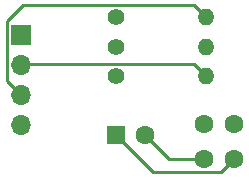
<source format=gbr>
%TF.GenerationSoftware,KiCad,Pcbnew,7.0.10*%
%TF.CreationDate,2024-05-09T00:22:21+08:00*%
%TF.ProjectId,pcb.rescue,7063622e-7265-4736-9375-652e6b696361,rev?*%
%TF.SameCoordinates,Original*%
%TF.FileFunction,Copper,L2,Bot*%
%TF.FilePolarity,Positive*%
%FSLAX46Y46*%
G04 Gerber Fmt 4.6, Leading zero omitted, Abs format (unit mm)*
G04 Created by KiCad (PCBNEW 7.0.10) date 2024-05-09 00:22:21*
%MOMM*%
%LPD*%
G01*
G04 APERTURE LIST*
%TA.AperFunction,ComponentPad*%
%ADD10C,1.400000*%
%TD*%
%TA.AperFunction,ComponentPad*%
%ADD11O,1.400000X1.400000*%
%TD*%
%TA.AperFunction,ComponentPad*%
%ADD12C,1.600000*%
%TD*%
%TA.AperFunction,ComponentPad*%
%ADD13R,1.600000X1.600000*%
%TD*%
%TA.AperFunction,ComponentPad*%
%ADD14R,1.700000X1.700000*%
%TD*%
%TA.AperFunction,ComponentPad*%
%ADD15O,1.700000X1.700000*%
%TD*%
%TA.AperFunction,Conductor*%
%ADD16C,0.250000*%
%TD*%
G04 APERTURE END LIST*
D10*
%TO.P,R3,1*%
%TO.N,+3V3*%
X141000000Y-83000000D03*
D11*
%TO.P,R3,2*%
%TO.N,/SCL*%
X148620000Y-83000000D03*
%TD*%
D12*
%TO.P,C1,1*%
%TO.N,+3V3*%
X151000000Y-95000000D03*
%TO.P,C1,2*%
%TO.N,GND*%
X148500000Y-95000000D03*
%TD*%
D10*
%TO.P,R2,1*%
%TO.N,+3V3*%
X141000000Y-88000000D03*
D11*
%TO.P,R2,2*%
%TO.N,/SDA*%
X148620000Y-88000000D03*
%TD*%
D12*
%TO.P,C3,1*%
%TO.N,Net-(U1-C1)*%
X151000000Y-92000000D03*
%TO.P,C3,2*%
%TO.N,GND*%
X148500000Y-92000000D03*
%TD*%
D13*
%TO.P,C2,1*%
%TO.N,+3V3*%
X141000000Y-93000000D03*
D12*
%TO.P,C2,2*%
%TO.N,GND*%
X143500000Y-93000000D03*
%TD*%
D10*
%TO.P,R1,1*%
%TO.N,+3V3*%
X141000000Y-85500000D03*
D11*
%TO.P,R1,2*%
%TO.N,Net-(U1-~{CS})*%
X148620000Y-85500000D03*
%TD*%
D14*
%TO.P,J1,1,Pin_1*%
%TO.N,+3V3*%
X133000000Y-84500000D03*
D15*
%TO.P,J1,2,Pin_2*%
%TO.N,/SDA*%
X133000000Y-87040000D03*
%TO.P,J1,3,Pin_3*%
%TO.N,/SCL*%
X133000000Y-89580000D03*
%TO.P,J1,4,Pin_4*%
%TO.N,GND*%
X133000000Y-92120000D03*
%TD*%
D16*
%TO.N,+3V3*%
X151000000Y-95000000D02*
X149875000Y-96125000D01*
X149875000Y-96125000D02*
X144125000Y-96125000D01*
X144125000Y-96125000D02*
X141000000Y-93000000D01*
%TO.N,GND*%
X145500000Y-95000000D02*
X143500000Y-93000000D01*
X148500000Y-95000000D02*
X145500000Y-95000000D01*
%TO.N,/SDA*%
X133065000Y-86975000D02*
X147595000Y-86975000D01*
X147595000Y-86975000D02*
X148620000Y-88000000D01*
X133000000Y-87040000D02*
X133065000Y-86975000D01*
%TO.N,/SCL*%
X133175000Y-81975000D02*
X131825000Y-83325000D01*
X131825000Y-88405000D02*
X133000000Y-89580000D01*
X131825000Y-83325000D02*
X131825000Y-88405000D01*
X148620000Y-83000000D02*
X147595000Y-81975000D01*
X147595000Y-81975000D02*
X133175000Y-81975000D01*
%TD*%
M02*

</source>
